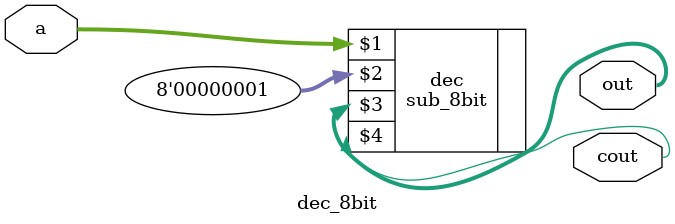
<source format=v>
module dec_8bit
(
	input [7:0] a,
	output [7:0] out,
	output cout
);

	sub_8bit dec(a[7:0], 8'b00000001, out[7:0], cout);

endmodule

</source>
